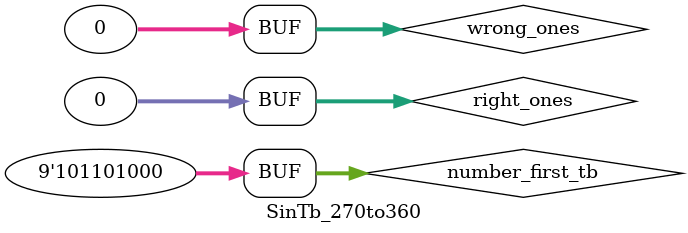
<source format=v>
`timescale 1ns / 1ps

module SinTb_270to360();

    reg [8:0]number_first_tb;
    wire whole_tb;
    wire [6:0]fraction_tb;
    wire sign_tb;
    reg [31:0]right_ones = 0;
    reg [31:0]wrong_ones = 0;
    
    Sin uut(.number_first(number_first_tb), 
            .whole(whole_tb), 
            .fraction(fraction_tb), 
            .sign(sign_tb)
            );
    
    initial begin
        number_first_tb = 270;
        //Exact Result = -1.0
        #5
        if((whole_tb == 1)&(fraction_tb == 0)&(sign_tb == 1)) begin
            right_ones = right_ones + 1;
        end
        if((whole_tb != 1)|(fraction_tb != 0)|(sign_tb != 1)) begin
            wrong_ones = wrong_ones + 1;
        end
        #5;
        number_first_tb = 271;
        //Exact Result = -0.9998476951563913
        #5
        if((whole_tb == 0)&(fraction_tb == 99)&(sign_tb == 1)) begin
            right_ones = right_ones + 1;
        end
        if((whole_tb != 0)|(fraction_tb != 99)|(sign_tb != 1)) begin
            wrong_ones = wrong_ones + 1;
        end
        #5;
        number_first_tb = 272;
        //Exact Result = -0.9993908270190958
        #5
        if((whole_tb == 0)&(fraction_tb == 99)&(sign_tb == 1)) begin
            right_ones = right_ones + 1;
        end
        if((whole_tb != 0)|(fraction_tb != 99)|(sign_tb != 1)) begin
            wrong_ones = wrong_ones + 1;
        end
        #5;
        number_first_tb = 273;
        //Exact Result = -0.9986295347545738
        #5
        if((whole_tb == 0)&(fraction_tb == 99)&(sign_tb == 1)) begin
            right_ones = right_ones + 1;
        end
        if((whole_tb != 0)|(fraction_tb != 99)|(sign_tb != 1)) begin
            wrong_ones = wrong_ones + 1;
        end
        #5;
        number_first_tb = 274;
        //Exact Result = -0.9975640502598243
        #5
        if((whole_tb == 0)&(fraction_tb == 99)&(sign_tb == 1)) begin
            right_ones = right_ones + 1;
        end
        if((whole_tb != 0)|(fraction_tb != 99)|(sign_tb != 1)) begin
            wrong_ones = wrong_ones + 1;
        end
        #5;
        number_first_tb = 275;
        //Exact Result = -0.9961946980917455
        #5
        if((whole_tb == 0)&(fraction_tb == 99)&(sign_tb == 1)) begin
            right_ones = right_ones + 1;
        end
        if((whole_tb != 0)|(fraction_tb != 99)|(sign_tb != 1)) begin
            wrong_ones = wrong_ones + 1;
        end
        #5;
        number_first_tb = 276;
        //Exact Result = -0.9945218953682734
        #5
        if((whole_tb == 0)&(fraction_tb == 99)&(sign_tb == 1)) begin
            right_ones = right_ones + 1;
        end
        if((whole_tb != 0)|(fraction_tb != 99)|(sign_tb != 1)) begin
            wrong_ones = wrong_ones + 1;
        end
        #5;
        number_first_tb = 277;
        //Exact Result = -0.992546151641322
        #5
        if((whole_tb == 0)&(fraction_tb == 99)&(sign_tb == 1)) begin
            right_ones = right_ones + 1;
        end
        if((whole_tb != 0)|(fraction_tb != 99)|(sign_tb != 1)) begin
            wrong_ones = wrong_ones + 1;
        end
        #5;
        number_first_tb = 278;
        //Exact Result = -0.9902680687415704
        #5
        if((whole_tb == 0)&(fraction_tb == 99)&(sign_tb == 1)) begin
            right_ones = right_ones + 1;
        end
        if((whole_tb != 0)|(fraction_tb != 99)|(sign_tb != 1)) begin
            wrong_ones = wrong_ones + 1;
        end
        #5;
        number_first_tb = 279;
        //Exact Result = -0.9876883405951378
        #5
        if((whole_tb == 0)&(fraction_tb == 98)&(sign_tb == 1)) begin
            right_ones = right_ones + 1;
        end
        if((whole_tb != 0)|(fraction_tb != 98)|(sign_tb != 1)) begin
            wrong_ones = wrong_ones + 1;
        end
        #5;
        number_first_tb = 280;
        //Exact Result = -0.9848077530122081
        #5
        if((whole_tb == 0)&(fraction_tb == 98)&(sign_tb == 1)) begin
            right_ones = right_ones + 1;
        end
        if((whole_tb != 0)|(fraction_tb != 98)|(sign_tb != 1)) begin
            wrong_ones = wrong_ones + 1;
        end
        #5;
        number_first_tb = 281;
        //Exact Result = -0.9816271834476639
        #5
        if((whole_tb == 0)&(fraction_tb == 98)&(sign_tb == 1)) begin
            right_ones = right_ones + 1;
        end
        if((whole_tb != 0)|(fraction_tb != 98)|(sign_tb != 1)) begin
            wrong_ones = wrong_ones + 1;
        end
        #5;
        number_first_tb = 282;
        //Exact Result = -0.9781476007338056
        #5
        if((whole_tb == 0)&(fraction_tb == 97)&(sign_tb == 1)) begin
            right_ones = right_ones + 1;
        end
        if((whole_tb != 0)|(fraction_tb != 97)|(sign_tb != 1)) begin
            wrong_ones = wrong_ones + 1;
        end
        #5;
        number_first_tb = 283;
        //Exact Result = -0.9743700647852352
        #5
        if((whole_tb == 0)&(fraction_tb == 97)&(sign_tb == 1)) begin
            right_ones = right_ones + 1;
        end
        if((whole_tb != 0)|(fraction_tb != 97)|(sign_tb != 1)) begin
            wrong_ones = wrong_ones + 1;
        end
        #5;
        number_first_tb = 284;
        //Exact Result = -0.9702957262759966
        #5
        if((whole_tb == 0)&(fraction_tb == 97)&(sign_tb == 1)) begin
            right_ones = right_ones + 1;
        end
        if((whole_tb != 0)|(fraction_tb != 97)|(sign_tb != 1)) begin
            wrong_ones = wrong_ones + 1;
        end
        #5;
        number_first_tb = 285;
        //Exact Result = -0.9659258262890684
        #5
        if((whole_tb == 0)&(fraction_tb == 96)&(sign_tb == 1)) begin
            right_ones = right_ones + 1;
        end
        if((whole_tb != 0)|(fraction_tb != 96)|(sign_tb != 1)) begin
            wrong_ones = wrong_ones + 1;
        end
        #5;
        number_first_tb = 286;
        //Exact Result = -0.9612616959383188
        #5
        if((whole_tb == 0)&(fraction_tb == 96)&(sign_tb == 1)) begin
            right_ones = right_ones + 1;
        end
        if((whole_tb != 0)|(fraction_tb != 96)|(sign_tb != 1)) begin
            wrong_ones = wrong_ones + 1;
        end
        #5;
        number_first_tb = 287;
        //Exact Result = -0.9563047559630354
        #5
        if((whole_tb == 0)&(fraction_tb == 95)&(sign_tb == 1)) begin
            right_ones = right_ones + 1;
        end
        if((whole_tb != 0)|(fraction_tb != 95)|(sign_tb != 1)) begin
            wrong_ones = wrong_ones + 1;
        end
        #5;
        number_first_tb = 288;
        //Exact Result = -0.9510565162951536
        #5
        if((whole_tb == 0)&(fraction_tb == 95)&(sign_tb == 1)) begin
            right_ones = right_ones + 1;
        end
        if((whole_tb != 0)|(fraction_tb != 95)|(sign_tb != 1)) begin
            wrong_ones = wrong_ones + 1;
        end
        #5;
        number_first_tb = 289;
        //Exact Result = -0.945518575599317
        #5
        if((whole_tb == 0)&(fraction_tb == 94)&(sign_tb == 1)) begin
            right_ones = right_ones + 1;
        end
        if((whole_tb != 0)|(fraction_tb != 94)|(sign_tb != 1)) begin
            wrong_ones = wrong_ones + 1;
        end
        #5;
        number_first_tb = 290;
        //Exact Result = -0.9396926207859083
        #5
        if((whole_tb == 0)&(fraction_tb == 93)&(sign_tb == 1)) begin
            right_ones = right_ones + 1;
        end
        if((whole_tb != 0)|(fraction_tb != 93)|(sign_tb != 1)) begin
            wrong_ones = wrong_ones + 1;
        end
        #5;
        number_first_tb = 291;
        //Exact Result = -0.9335804264972017
        #5
        if((whole_tb == 0)&(fraction_tb == 93)&(sign_tb == 1)) begin
            right_ones = right_ones + 1;
        end
        if((whole_tb != 0)|(fraction_tb != 93)|(sign_tb != 1)) begin
            wrong_ones = wrong_ones + 1;
        end
        #5;
        number_first_tb = 292;
        //Exact Result = -0.9271838545667874
        #5
        if((whole_tb == 0)&(fraction_tb == 92)&(sign_tb == 1)) begin
            right_ones = right_ones + 1;
        end
        if((whole_tb != 0)|(fraction_tb != 92)|(sign_tb != 1)) begin
            wrong_ones = wrong_ones + 1;
        end
        #5;
        number_first_tb = 293;
        //Exact Result = -0.9205048534524405
        #5
        if((whole_tb == 0)&(fraction_tb == 92)&(sign_tb == 1)) begin
            right_ones = right_ones + 1;
        end
        if((whole_tb != 0)|(fraction_tb != 92)|(sign_tb != 1)) begin
            wrong_ones = wrong_ones + 1;
        end
        #5;
        number_first_tb = 294;
        //Exact Result = -0.9135454576426011
        #5
        if((whole_tb == 0)&(fraction_tb == 91)&(sign_tb == 1)) begin
            right_ones = right_ones + 1;
        end
        if((whole_tb != 0)|(fraction_tb != 91)|(sign_tb != 1)) begin
            wrong_ones = wrong_ones + 1;
        end
        #5;
        number_first_tb = 295;
        //Exact Result = -0.9063077870366498
        #5
        if((whole_tb == 0)&(fraction_tb == 90)&(sign_tb == 1)) begin
            right_ones = right_ones + 1;
        end
        if((whole_tb != 0)|(fraction_tb != 90)|(sign_tb != 1)) begin
            wrong_ones = wrong_ones + 1;
        end
        #5;
        number_first_tb = 296;
        //Exact Result = -0.898794046299167
        #5
        if((whole_tb == 0)&(fraction_tb == 89)&(sign_tb == 1)) begin
            right_ones = right_ones + 1;
        end
        if((whole_tb != 0)|(fraction_tb != 89)|(sign_tb != 1)) begin
            wrong_ones = wrong_ones + 1;
        end
        #5;
        number_first_tb = 297;
        //Exact Result = -0.891006524188368
        #5
        if((whole_tb == 0)&(fraction_tb == 89)&(sign_tb == 1)) begin
            right_ones = right_ones + 1;
        end
        if((whole_tb != 0)|(fraction_tb != 89)|(sign_tb != 1)) begin
            wrong_ones = wrong_ones + 1;
        end
        #5;
        number_first_tb = 298;
        //Exact Result = -0.8829475928589271
        #5
        if((whole_tb == 0)&(fraction_tb == 88)&(sign_tb == 1)) begin
            right_ones = right_ones + 1;
        end
        if((whole_tb != 0)|(fraction_tb != 88)|(sign_tb != 1)) begin
            wrong_ones = wrong_ones + 1;
        end
        #5;
        number_first_tb = 299;
        //Exact Result = -0.8746197071393956
        #5
        if((whole_tb == 0)&(fraction_tb == 87)&(sign_tb == 1)) begin
            right_ones = right_ones + 1;
        end
        if((whole_tb != 0)|(fraction_tb != 87)|(sign_tb != 1)) begin
            wrong_ones = wrong_ones + 1;
        end
        #5;
        number_first_tb = 300;
        //Exact Result = -0.8660254037844386
        #5
        if((whole_tb == 0)&(fraction_tb == 86)&(sign_tb == 1)) begin
            right_ones = right_ones + 1;
        end
        if((whole_tb != 0)|(fraction_tb != 86)|(sign_tb != 1)) begin
            wrong_ones = wrong_ones + 1;
        end
        #5;
        number_first_tb = 301;
        //Exact Result = -0.8571673007021123
        #5
        if((whole_tb == 0)&(fraction_tb == 85)&(sign_tb == 1)) begin
            right_ones = right_ones + 1;
        end
        if((whole_tb != 0)|(fraction_tb != 85)|(sign_tb != 1)) begin
            wrong_ones = wrong_ones + 1;
        end
        #5;
        number_first_tb = 302;
        //Exact Result = -0.8480480961564261
        #5
        if((whole_tb == 0)&(fraction_tb == 84)&(sign_tb == 1)) begin
            right_ones = right_ones + 1;
        end
        if((whole_tb != 0)|(fraction_tb != 84)|(sign_tb != 1)) begin
            wrong_ones = wrong_ones + 1;
        end
        #5;
        number_first_tb = 303;
        //Exact Result = -0.8386705679454243
        #5
        if((whole_tb == 0)&(fraction_tb == 83)&(sign_tb == 1)) begin
            right_ones = right_ones + 1;
        end
        if((whole_tb != 0)|(fraction_tb != 83)|(sign_tb != 1)) begin
            wrong_ones = wrong_ones + 1;
        end
        #5;
        number_first_tb = 304;
        //Exact Result = -0.8290375725550416
        #5
        if((whole_tb == 0)&(fraction_tb == 82)&(sign_tb == 1)) begin
            right_ones = right_ones + 1;
        end
        if((whole_tb != 0)|(fraction_tb != 82)|(sign_tb != 1)) begin
            wrong_ones = wrong_ones + 1;
        end
        #5;
        number_first_tb = 305;
        //Exact Result = -0.8191520442889918
        #5
        if((whole_tb == 0)&(fraction_tb == 81)&(sign_tb == 1)) begin
            right_ones = right_ones + 1;
        end
        if((whole_tb != 0)|(fraction_tb != 81)|(sign_tb != 1)) begin
            wrong_ones = wrong_ones + 1;
        end
        #5;
        number_first_tb = 306;
        //Exact Result = -0.8090169943749476
        #5
        if((whole_tb == 0)&(fraction_tb == 80)&(sign_tb == 1)) begin
            right_ones = right_ones + 1;
        end
        if((whole_tb != 0)|(fraction_tb != 80)|(sign_tb != 1)) begin
            wrong_ones = wrong_ones + 1;
        end
        #5;
        number_first_tb = 307;
        //Exact Result = -0.798635510047293
        #5
        if((whole_tb == 0)&(fraction_tb == 79)&(sign_tb == 1)) begin
            right_ones = right_ones + 1;
        end
        if((whole_tb != 0)|(fraction_tb != 79)|(sign_tb != 1)) begin
            wrong_ones = wrong_ones + 1;
        end
        #5;
        number_first_tb = 308;
        //Exact Result = -0.7880107536067218
        #5
        if((whole_tb == 0)&(fraction_tb == 78)&(sign_tb == 1)) begin
            right_ones = right_ones + 1;
        end
        if((whole_tb != 0)|(fraction_tb != 78)|(sign_tb != 1)) begin
            wrong_ones = wrong_ones + 1;
        end
        #5;
        number_first_tb = 309;
        //Exact Result = -0.7771459614569708
        #5
        if((whole_tb == 0)&(fraction_tb == 77)&(sign_tb == 1)) begin
            right_ones = right_ones + 1;
        end
        if((whole_tb != 0)|(fraction_tb != 77)|(sign_tb != 1)) begin
            wrong_ones = wrong_ones + 1;
        end
        #5;
        number_first_tb = 310;
        //Exact Result = -0.7660444431189781
        #5
        if((whole_tb == 0)&(fraction_tb == 76)&(sign_tb == 1)) begin
            right_ones = right_ones + 1;
        end
        if((whole_tb != 0)|(fraction_tb != 76)|(sign_tb != 1)) begin
            wrong_ones = wrong_ones + 1;
        end
        #5;
        number_first_tb = 311;
        //Exact Result = -0.7547095802227722
        #5
        if((whole_tb == 0)&(fraction_tb == 75)&(sign_tb == 1)) begin
            right_ones = right_ones + 1;
        end
        if((whole_tb != 0)|(fraction_tb != 75)|(sign_tb != 1)) begin
            wrong_ones = wrong_ones + 1;
        end
        #5;
        number_first_tb = 312;
        //Exact Result = -0.7431448254773946
        #5
        if((whole_tb == 0)&(fraction_tb == 74)&(sign_tb == 1)) begin
            right_ones = right_ones + 1;
        end
        if((whole_tb != 0)|(fraction_tb != 74)|(sign_tb != 1)) begin
            wrong_ones = wrong_ones + 1;
        end
        #5;
        number_first_tb = 313;
        //Exact Result = -0.7313537016191703
        #5
        if((whole_tb == 0)&(fraction_tb == 73)&(sign_tb == 1)) begin
            right_ones = right_ones + 1;
        end
        if((whole_tb != 0)|(fraction_tb != 73)|(sign_tb != 1)) begin
            wrong_ones = wrong_ones + 1;
        end
        #5;
        number_first_tb = 314;
        //Exact Result = -0.7193398003386511
        #5
        if((whole_tb == 0)&(fraction_tb == 71)&(sign_tb == 1)) begin
            right_ones = right_ones + 1;
        end
        if((whole_tb != 0)|(fraction_tb != 71)|(sign_tb != 1)) begin
            wrong_ones = wrong_ones + 1;
        end
        #5;
        number_first_tb = 315;
        //Exact Result = -0.7071067811865477
        #5
        if((whole_tb == 0)&(fraction_tb == 70)&(sign_tb == 1)) begin
            right_ones = right_ones + 1;
        end
        if((whole_tb != 0)|(fraction_tb != 70)|(sign_tb != 1)) begin
            wrong_ones = wrong_ones + 1;
        end
        #5;
        number_first_tb = 316;
        //Exact Result = -0.6946583704589976
        #5
        if((whole_tb == 0)&(fraction_tb == 69)&(sign_tb == 1)) begin
            right_ones = right_ones + 1;
        end
        if((whole_tb != 0)|(fraction_tb != 69)|(sign_tb != 1)) begin
            wrong_ones = wrong_ones + 1;
        end
        #5;
        number_first_tb = 317;
        //Exact Result = -0.6819983600624983
        #5
        if((whole_tb == 0)&(fraction_tb == 68)&(sign_tb == 1)) begin
            right_ones = right_ones + 1;
        end
        if((whole_tb != 0)|(fraction_tb != 68)|(sign_tb != 1)) begin
            wrong_ones = wrong_ones + 1;
        end
        #5;
        number_first_tb = 318;
        //Exact Result = -0.6691306063588581
        #5
        if((whole_tb == 0)&(fraction_tb == 66)&(sign_tb == 1)) begin
            right_ones = right_ones + 1;
        end
        if((whole_tb != 0)|(fraction_tb != 66)|(sign_tb != 1)) begin
            wrong_ones = wrong_ones + 1;
        end
        #5;
        number_first_tb = 319;
        //Exact Result = -0.6560590289905074
        #5
        if((whole_tb == 0)&(fraction_tb == 65)&(sign_tb == 1)) begin
            right_ones = right_ones + 1;
        end
        if((whole_tb != 0)|(fraction_tb != 65)|(sign_tb != 1)) begin
            wrong_ones = wrong_ones + 1;
        end
        #5;
        number_first_tb = 320;
        //Exact Result = -0.6427876096865396
        #5
        if((whole_tb == 0)&(fraction_tb == 64)&(sign_tb == 1)) begin
            right_ones = right_ones + 1;
        end
        if((whole_tb != 0)|(fraction_tb != 64)|(sign_tb != 1)) begin
            wrong_ones = wrong_ones + 1;
        end
        #5;
        number_first_tb = 321;
        //Exact Result = -0.6293203910498378
        #5
        if((whole_tb == 0)&(fraction_tb == 62)&(sign_tb == 1)) begin
            right_ones = right_ones + 1;
        end
        if((whole_tb != 0)|(fraction_tb != 62)|(sign_tb != 1)) begin
            wrong_ones = wrong_ones + 1;
        end
        #5;
        number_first_tb = 322;
        //Exact Result = -0.6156614753256582
        #5
        if((whole_tb == 0)&(fraction_tb == 61)&(sign_tb == 1)) begin
            right_ones = right_ones + 1;
        end
        if((whole_tb != 0)|(fraction_tb != 61)|(sign_tb != 1)) begin
            wrong_ones = wrong_ones + 1;
        end
        #5;
        number_first_tb = 323;
        //Exact Result = -0.6018150231520483
        #5
        if((whole_tb == 0)&(fraction_tb == 60)&(sign_tb == 1)) begin
            right_ones = right_ones + 1;
        end
        if((whole_tb != 0)|(fraction_tb != 60)|(sign_tb != 1)) begin
            wrong_ones = wrong_ones + 1;
        end
        #5;
        number_first_tb = 324;
        //Exact Result = -0.5877852522924734
        #5
        if((whole_tb == 0)&(fraction_tb == 58)&(sign_tb == 1)) begin
            right_ones = right_ones + 1;
        end
        if((whole_tb != 0)|(fraction_tb != 58)|(sign_tb != 1)) begin
            wrong_ones = wrong_ones + 1;
        end
        #5;
        number_first_tb = 325;
        //Exact Result = -0.5735764363510465
        #5
        if((whole_tb == 0)&(fraction_tb == 57)&(sign_tb == 1)) begin
            right_ones = right_ones + 1;
        end
        if((whole_tb != 0)|(fraction_tb != 57)|(sign_tb != 1)) begin
            wrong_ones = wrong_ones + 1;
        end
        #5;
        number_first_tb = 326;
        //Exact Result = -0.5591929034707466
        #5
        if((whole_tb == 0)&(fraction_tb == 55)&(sign_tb == 1)) begin
            right_ones = right_ones + 1;
        end
        if((whole_tb != 0)|(fraction_tb != 55)|(sign_tb != 1)) begin
            wrong_ones = wrong_ones + 1;
        end
        #5;
        number_first_tb = 327;
        //Exact Result = -0.544639035015027
        #5
        if((whole_tb == 0)&(fraction_tb == 54)&(sign_tb == 1)) begin
            right_ones = right_ones + 1;
        end
        if((whole_tb != 0)|(fraction_tb != 54)|(sign_tb != 1)) begin
            wrong_ones = wrong_ones + 1;
        end
        #5;
        number_first_tb = 328;
        //Exact Result = -0.529919264233205
        #5
        if((whole_tb == 0)&(fraction_tb == 52)&(sign_tb == 1)) begin
            right_ones = right_ones + 1;
        end
        if((whole_tb != 0)|(fraction_tb != 52)|(sign_tb != 1)) begin
            wrong_ones = wrong_ones + 1;
        end
        #5;
        number_first_tb = 329;
        //Exact Result = -0.5150380749100545
        #5
        if((whole_tb == 0)&(fraction_tb == 51)&(sign_tb == 1)) begin
            right_ones = right_ones + 1;
        end
        if((whole_tb != 0)|(fraction_tb != 51)|(sign_tb != 1)) begin
            wrong_ones = wrong_ones + 1;
        end
        #5;
        number_first_tb = 330;
        //Exact Result = -0.5000000000000004
        #5
        if((whole_tb == 0)&(fraction_tb == 50)&(sign_tb == 1)) begin
            right_ones = right_ones + 1;
        end
        if((whole_tb != 0)|(fraction_tb != 50)|(sign_tb != 1)) begin
            wrong_ones = wrong_ones + 1;
        end
        #5;
        number_first_tb = 331;
        //Exact Result = -0.4848096202463369
        #5
        if((whole_tb == 0)&(fraction_tb == 48)&(sign_tb == 1)) begin
            right_ones = right_ones + 1;
        end
        if((whole_tb != 0)|(fraction_tb != 48)|(sign_tb != 1)) begin
            wrong_ones = wrong_ones + 1;
        end
        #5;
        number_first_tb = 332;
        //Exact Result = -0.4694715627858908
        #5
        if((whole_tb == 0)&(fraction_tb == 46)&(sign_tb == 1)) begin
            right_ones = right_ones + 1;
        end
        if((whole_tb != 0)|(fraction_tb != 46)|(sign_tb != 1)) begin
            wrong_ones = wrong_ones + 1;
        end
        #5;
        number_first_tb = 333;
        //Exact Result = -0.45399049973954697
        #5
        if((whole_tb == 0)&(fraction_tb == 45)&(sign_tb == 1)) begin
            right_ones = right_ones + 1;
        end
        if((whole_tb != 0)|(fraction_tb != 45)|(sign_tb != 1)) begin
            wrong_ones = wrong_ones + 1;
        end
        #5;
        number_first_tb = 334;
        //Exact Result = -0.4383711467890778
        #5
        if((whole_tb == 0)&(fraction_tb == 43)&(sign_tb == 1)) begin
            right_ones = right_ones + 1;
        end
        if((whole_tb != 0)|(fraction_tb != 43)|(sign_tb != 1)) begin
            wrong_ones = wrong_ones + 1;
        end
        #5;
        number_first_tb = 335;
        //Exact Result = -0.4226182617406992
        #5
        if((whole_tb == 0)&(fraction_tb == 42)&(sign_tb == 1)) begin
            right_ones = right_ones + 1;
        end
        if((whole_tb != 0)|(fraction_tb != 42)|(sign_tb != 1)) begin
            wrong_ones = wrong_ones + 1;
        end
        #5;
        number_first_tb = 336;
        //Exact Result = -0.40673664307580015
        #5
        if((whole_tb == 0)&(fraction_tb == 40)&(sign_tb == 1)) begin
            right_ones = right_ones + 1;
        end
        if((whole_tb != 0)|(fraction_tb != 40)|(sign_tb != 1)) begin
            wrong_ones = wrong_ones + 1;
        end
        #5;
        number_first_tb = 337;
        //Exact Result = -0.3907311284892739
        #5
        if((whole_tb == 0)&(fraction_tb == 39)&(sign_tb == 1)) begin
            right_ones = right_ones + 1;
        end
        if((whole_tb != 0)|(fraction_tb != 39)|(sign_tb != 1)) begin
            wrong_ones = wrong_ones + 1;
        end
        #5;
        number_first_tb = 338;
        //Exact Result = -0.37460659341591235
        #5
        if((whole_tb == 0)&(fraction_tb == 37)&(sign_tb == 1)) begin
            right_ones = right_ones + 1;
        end
        if((whole_tb != 0)|(fraction_tb != 37)|(sign_tb != 1)) begin
            wrong_ones = wrong_ones + 1;
        end
        #5;
        number_first_tb = 339;
        //Exact Result = -0.35836794954530077
        #5
        if((whole_tb == 0)&(fraction_tb == 35)&(sign_tb == 1)) begin
            right_ones = right_ones + 1;
        end
        if((whole_tb != 0)|(fraction_tb != 35)|(sign_tb != 1)) begin
            wrong_ones = wrong_ones + 1;
        end
        #5;
        number_first_tb = 340;
        //Exact Result = -0.3420201433256686
        #5
        if((whole_tb == 0)&(fraction_tb == 34)&(sign_tb == 1)) begin
            right_ones = right_ones + 1;
        end
        if((whole_tb != 0)|(fraction_tb != 34)|(sign_tb != 1)) begin
            wrong_ones = wrong_ones + 1;
        end
        #5;
        number_first_tb = 341;
        //Exact Result = -0.3255681544571567
        #5
        if((whole_tb == 0)&(fraction_tb == 32)&(sign_tb == 1)) begin
            right_ones = right_ones + 1;
        end
        if((whole_tb != 0)|(fraction_tb != 32)|(sign_tb != 1)) begin
            wrong_ones = wrong_ones + 1;
        end
        #5;
        number_first_tb = 342;
        //Exact Result = -0.3090169943749477
        #5
        if((whole_tb == 0)&(fraction_tb == 30)&(sign_tb == 1)) begin
            right_ones = right_ones + 1;
        end
        if((whole_tb != 0)|(fraction_tb != 30)|(sign_tb != 1)) begin
            wrong_ones = wrong_ones + 1;
        end
        #5;
        number_first_tb = 343;
        //Exact Result = -0.29237170472273716
        #5
        if((whole_tb == 0)&(fraction_tb == 29)&(sign_tb == 1)) begin
            right_ones = right_ones + 1;
        end
        if((whole_tb != 0)|(fraction_tb != 29)|(sign_tb != 1)) begin
            wrong_ones = wrong_ones + 1;
        end
        #5;
        number_first_tb = 344;
        //Exact Result = -0.27563735581699894
        #5
        if((whole_tb == 0)&(fraction_tb == 27)&(sign_tb == 1)) begin
            right_ones = right_ones + 1;
        end
        if((whole_tb != 0)|(fraction_tb != 27)|(sign_tb != 1)) begin
            wrong_ones = wrong_ones + 1;
        end
        #5;
        number_first_tb = 345;
        //Exact Result = -0.2588190451025207
        #5
        if((whole_tb == 0)&(fraction_tb == 25)&(sign_tb == 1)) begin
            right_ones = right_ones + 1;
        end
        if((whole_tb != 0)|(fraction_tb != 25)|(sign_tb != 1)) begin
            wrong_ones = wrong_ones + 1;
        end
        #5;
        number_first_tb = 346;
        //Exact Result = -0.24192189559966787
        #5
        if((whole_tb == 0)&(fraction_tb == 24)&(sign_tb == 1)) begin
            right_ones = right_ones + 1;
        end
        if((whole_tb != 0)|(fraction_tb != 24)|(sign_tb != 1)) begin
            wrong_ones = wrong_ones + 1;
        end
        #5;
        number_first_tb = 347;
        //Exact Result = -0.22495105434386534
        #5
        if((whole_tb == 0)&(fraction_tb == 22)&(sign_tb == 1)) begin
            right_ones = right_ones + 1;
        end
        if((whole_tb != 0)|(fraction_tb != 22)|(sign_tb != 1)) begin
            wrong_ones = wrong_ones + 1;
        end
        #5;
        number_first_tb = 348;
        //Exact Result = -0.20791169081775987
        #5
        if((whole_tb == 0)&(fraction_tb == 20)&(sign_tb == 1)) begin
            right_ones = right_ones + 1;
        end
        if((whole_tb != 0)|(fraction_tb != 20)|(sign_tb != 1)) begin
            wrong_ones = wrong_ones + 1;
        end
        #5;
        number_first_tb = 349;
        //Exact Result = -0.19080899537654467
        #5
        if((whole_tb == 0)&(fraction_tb == 19)&(sign_tb == 1)) begin
            right_ones = right_ones + 1;
        end
        if((whole_tb != 0)|(fraction_tb != 19)|(sign_tb != 1)) begin
            wrong_ones = wrong_ones + 1;
        end
        #5;
        number_first_tb = 350;
        //Exact Result = -0.1736481776669304
        #5
        if((whole_tb == 0)&(fraction_tb == 17)&(sign_tb == 1)) begin
            right_ones = right_ones + 1;
        end
        if((whole_tb != 0)|(fraction_tb != 17)|(sign_tb != 1)) begin
            wrong_ones = wrong_ones + 1;
        end
        #5;
        number_first_tb = 351;
        //Exact Result = -0.1564344650402311
        #5
        if((whole_tb == 0)&(fraction_tb == 15)&(sign_tb == 1)) begin
            right_ones = right_ones + 1;
        end
        if((whole_tb != 0)|(fraction_tb != 15)|(sign_tb != 1)) begin
            wrong_ones = wrong_ones + 1;
        end
        #5;
        number_first_tb = 352;
        //Exact Result = -0.13917310096006588
        #5
        if((whole_tb == 0)&(fraction_tb == 13)&(sign_tb == 1)) begin
            right_ones = right_ones + 1;
        end
        if((whole_tb != 0)|(fraction_tb != 13)|(sign_tb != 1)) begin
            wrong_ones = wrong_ones + 1;
        end
        #5;
        number_first_tb = 353;
        //Exact Result = -0.12186934340514723
        #5
        if((whole_tb == 0)&(fraction_tb == 12)&(sign_tb == 1)) begin
            right_ones = right_ones + 1;
        end
        if((whole_tb != 0)|(fraction_tb != 12)|(sign_tb != 1)) begin
            wrong_ones = wrong_ones + 1;
        end
        #5;
        number_first_tb = 354;
        //Exact Result = -0.10452846326765342
        #5
        if((whole_tb == 0)&(fraction_tb == 10)&(sign_tb == 1)) begin
            right_ones = right_ones + 1;
        end
        if((whole_tb != 0)|(fraction_tb != 10)|(sign_tb != 1)) begin
            wrong_ones = wrong_ones + 1;
        end
        #5;
        number_first_tb = 355;
        //Exact Result = -0.08715574274765832
        #5
        if((whole_tb == 0)&(fraction_tb == 8)&(sign_tb == 1)) begin
            right_ones = right_ones + 1;
        end
        if((whole_tb != 0)|(fraction_tb != 8)|(sign_tb != 1)) begin
            wrong_ones = wrong_ones + 1;
        end
        #5;
        number_first_tb = 356;
        //Exact Result = -0.06975647374412564
        #5
        if((whole_tb == 0)&(fraction_tb == 6)&(sign_tb == 1)) begin
            right_ones = right_ones + 1;
        end
        if((whole_tb != 0)|(fraction_tb != 6)|(sign_tb != 1)) begin
            wrong_ones = wrong_ones + 1;
        end
        #5;
        number_first_tb = 357;
        //Exact Result = -0.05233595624294437
        #5
        if((whole_tb == 0)&(fraction_tb == 5)&(sign_tb == 1)) begin
            right_ones = right_ones + 1;
        end
        if((whole_tb != 0)|(fraction_tb != 5)|(sign_tb != 1)) begin
            wrong_ones = wrong_ones + 1;
        end
        #5;
        number_first_tb = 358;
        //Exact Result = -0.034899496702500823
        #5
        if((whole_tb == 0)&(fraction_tb == 3)&(sign_tb == 1)) begin
            right_ones = right_ones + 1;
        end
        if((whole_tb != 0)|(fraction_tb != 3)|(sign_tb != 1)) begin
            wrong_ones = wrong_ones + 1;
        end
        #5;
        number_first_tb = 359;
        //Exact Result = -0.01745240643728356
        #5
        if((whole_tb == 0)&(fraction_tb == 1)&(sign_tb == 1)) begin
            right_ones = right_ones + 1;
        end
        if((whole_tb != 0)|(fraction_tb != 1)|(sign_tb != 1)) begin
            wrong_ones = wrong_ones + 1;
        end
        #5;
        number_first_tb = 360;
        //Exact Result = 0.0
        #5
        if((whole_tb == 0)&(fraction_tb == 0)&(sign_tb == 0)) begin
            right_ones = right_ones + 1;
        end
        if((whole_tb != 0)|(fraction_tb != 0)|(sign_tb != 0)) begin
            wrong_ones = wrong_ones + 1;
        end
        #5;
    end

endmodule

</source>
